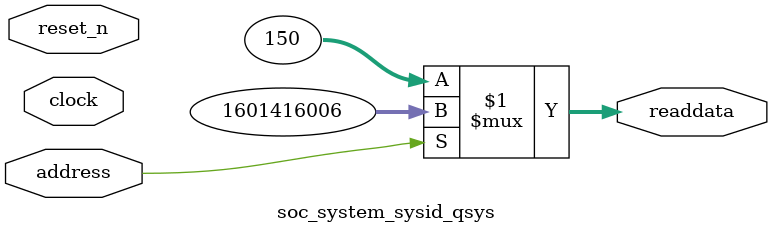
<source format=v>



// synthesis translate_off
`timescale 1ns / 1ps
// synthesis translate_on

// turn off superfluous verilog processor warnings 
// altera message_level Level1 
// altera message_off 10034 10035 10036 10037 10230 10240 10030 

module soc_system_sysid_qsys (
               // inputs:
                address,
                clock,
                reset_n,

               // outputs:
                readdata
             )
;

  output  [ 31: 0] readdata;
  input            address;
  input            clock;
  input            reset_n;

  wire    [ 31: 0] readdata;
  //control_slave, which is an e_avalon_slave
  assign readdata = address ? 1601416006 : 150;

endmodule



</source>
